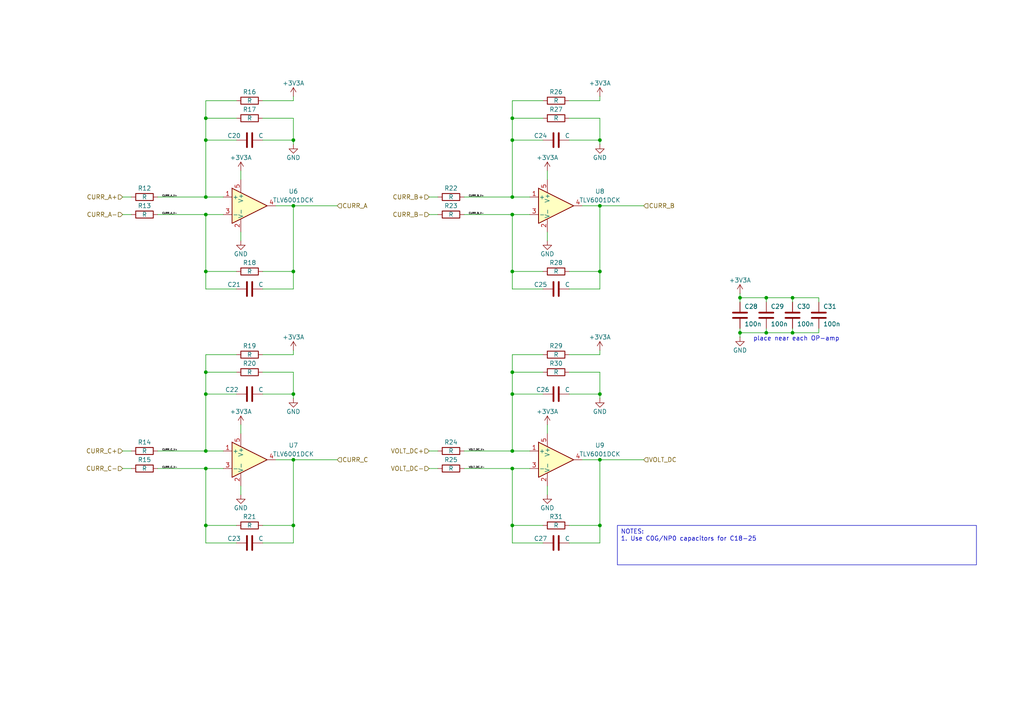
<source format=kicad_sch>
(kicad_sch (version 20250114) (generator "eeschema") (generator_version "9.0")
  (paper "A4")
  (lib_symbols
    (symbol "Amplifier_Operational:TLV6001DCK" (pin_names (offset 0.127))
      (property "Reference" "U" (at 7.62 2.54 0))
      (property "Value" "TLV6001DCK" (at 11.43 -2.54 0))
      (symbol "TLV6001DCK_0_1"
        (polyline (pts (xy -2.54 5.08) (xy -2.54 -5.08) (xy 7.62 0) (xy -2.54 5.08)) (stroke (width 0.254)) (fill (type background)))
      )
      (symbol "TLV6001DCK_1_1"
        (pin input line (at -5.08 2.54 0) (length 2.54) (name "+") (number "1"))
        (pin input line (at -5.08 -2.54 0) (length 2.54) (name "-") (number "3"))
        (pin power_in line (at 0 7.62 270) (length 3.81) (name "V+") (number "5"))
        (pin power_in line (at 0 -7.62 90) (length 3.81) (name "V-") (number "2"))
        (pin output line (at 10.16 0 180) (length 2.54) (name "~") (number "4"))
      )
    )
    (symbol "Device:C" (pin_numbers (hide yes)) (pin_names (offset 0.254))
      (property "Reference" "C" (at 0.635 2.54 0))
      (property "Value" "C" (at 0.635 -2.54 0))
      (symbol "C_0_1"
        (polyline (pts (xy -2.032 0.762) (xy 2.032 0.762)) (stroke (width 0.508)))
        (polyline (pts (xy -2.032 -0.762) (xy 2.032 -0.762)) (stroke (width 0.508)))
      )
      (symbol "C_1_1"
        (pin passive line (at 0 3.81 270) (length 2.794) (name "~") (number "1"))
        (pin passive line (at 0 -3.81 90) (length 2.794) (name "~") (number "2"))
      )
    )
    (symbol "Device:R" (pin_numbers (hide yes)) (pin_names (offset 0))
      (property "Reference" "R" (at 2.032 0 90))
      (property "Value" "R" (at 0 0 90))
      (symbol "R_0_1"
        (rectangle (start -1.016 -2.54) (end 1.016 2.54) (stroke (width 0.254)))
      )
      (symbol "R_1_1"
        (pin passive line (at 0 3.81 270) (length 1.27) (name "~") (number "1"))
        (pin passive line (at 0 -3.81 90) (length 1.27) (name "~") (number "2"))
      )
    )
    (symbol "power:+3.3VA" (power) (pin_numbers (hide yes)) (pin_names (offset 0) (hide yes))
      (property "Value" "+3.3VA" (at 0 3.556 0))
      (symbol "+3.3VA_0_1"
        (polyline (pts (xy -0.762 1.27) (xy 0 2.54)))
        (polyline (pts (xy 0 2.54) (xy 0.762 1.27)))
        (polyline (pts (xy 0 0) (xy 0 2.54)))
      )
      (symbol "+3.3VA_1_1"
        (pin power_in line (at 0 0 90) (length 0) (name "~") (number "1"))
      )
    )
    (symbol "power:GND" (power) (pin_numbers (hide yes)) (pin_names (offset 0) (hide yes))
      (property "Value" "GND" (at 0 -3.81 0))
      (symbol "GND_0_1"
        (polyline (pts (xy 0 0) (xy 0 -1.27) (xy 1.27 -1.27) (xy 0 -2.54) (xy -1.27 -1.27) (xy 0 -1.27)))
      )
      (symbol "GND_1_1"
        (pin power_in line (at 0 0 270) (length 0) (name "~") (number "1"))
      )
    )
  )
  (text "place near each OP-amp" (at 218.44 99.06 0) (effects (font (size 1.27 1.27)) (justify left bottom)))
  (text_box "NOTES:\n1. Use C0G/NP0 capacitors for C18-25" (at 179.07 152.4 0) (size 104.14 11.43) (margins 0.9525 0.9525 0.9525 0.9525) (effects (font (size 1.27 1.27)) (justify left top)))
  (junction (at 148.59 135.89))
  (junction (at 173.99 133.35))
  (junction (at 85.09 114.3))
  (junction (at 148.59 57.15))
  (junction (at 173.99 152.4))
  (junction (at 229.87 86.36))
  (junction (at 59.69 135.89))
  (junction (at 173.99 59.69))
  (junction (at 85.09 40.64))
  (junction (at 59.69 57.15))
  (junction (at 59.69 152.4))
  (junction (at 222.25 96.52))
  (junction (at 59.69 78.74))
  (junction (at 59.69 107.95))
  (junction (at 148.59 78.74))
  (junction (at 148.59 152.4))
  (junction (at 59.69 114.3))
  (junction (at 148.59 40.64))
  (junction (at 148.59 114.3))
  (junction (at 214.63 96.52))
  (junction (at 173.99 78.74))
  (junction (at 173.99 40.64))
  (junction (at 214.63 86.36))
  (junction (at 59.69 130.81))
  (junction (at 148.59 107.95))
  (junction (at 85.09 152.4))
  (junction (at 148.59 62.23))
  (junction (at 229.87 96.52))
  (junction (at 85.09 133.35))
  (junction (at 85.09 78.74))
  (junction (at 59.69 62.23))
  (junction (at 85.09 59.69))
  (junction (at 173.99 114.3))
  (junction (at 59.69 40.64))
  (junction (at 148.59 130.81))
  (junction (at 148.59 34.29))
  (junction (at 59.69 34.29))
  (junction (at 222.25 86.36))
  (wire (pts (xy 173.99 114.3) (xy 173.99 115.57)))
  (wire (pts (xy 148.59 152.4) (xy 148.59 157.48)))
  (wire (pts (xy 85.09 107.95) (xy 85.09 114.3)))
  (wire (pts (xy 214.63 86.36) (xy 214.63 87.63)))
  (wire (pts (xy 165.1 114.3) (xy 173.99 114.3)))
  (wire (pts (xy 134.62 130.81) (xy 148.59 130.81)))
  (wire (pts (xy 76.2 152.4) (xy 85.09 152.4)))
  (wire (pts (xy 157.48 34.29) (xy 148.59 34.29)))
  (wire (pts (xy 59.69 107.95) (xy 59.69 114.3)))
  (wire (pts (xy 38.1 57.15) (xy 35.56 57.15)))
  (wire (pts (xy 127 57.15) (xy 124.46 57.15)))
  (wire (pts (xy 222.25 96.52) (xy 229.87 96.52)))
  (wire (pts (xy 59.69 135.89) (xy 59.69 152.4)))
  (wire (pts (xy 148.59 135.89) (xy 148.59 152.4)))
  (wire (pts (xy 127 130.81) (xy 124.46 130.81)))
  (wire (pts (xy 59.69 34.29) (xy 59.69 40.64)))
  (wire (pts (xy 148.59 29.21) (xy 148.59 34.29)))
  (wire (pts (xy 45.72 57.15) (xy 59.69 57.15)))
  (wire (pts (xy 85.09 34.29) (xy 76.2 34.29)))
  (wire (pts (xy 69.85 123.19) (xy 69.85 125.73)))
  (wire (pts (xy 76.2 78.74) (xy 85.09 78.74)))
  (wire (pts (xy 134.62 135.89) (xy 148.59 135.89)))
  (wire (pts (xy 222.25 95.25) (xy 222.25 96.52)))
  (wire (pts (xy 229.87 86.36) (xy 237.49 86.36)))
  (wire (pts (xy 59.69 130.81) (xy 64.77 130.81)))
  (wire (pts (xy 158.75 49.53) (xy 158.75 52.07)))
  (wire (pts (xy 59.69 152.4) (xy 68.58 152.4)))
  (wire (pts (xy 148.59 130.81) (xy 153.67 130.81)))
  (wire (pts (xy 173.99 34.29) (xy 173.99 40.64)))
  (wire (pts (xy 173.99 29.21) (xy 165.1 29.21)))
  (wire (pts (xy 85.09 78.74) (xy 85.09 83.82)))
  (wire (pts (xy 165.1 152.4) (xy 173.99 152.4)))
  (wire (pts (xy 237.49 87.63) (xy 237.49 86.36)))
  (wire (pts (xy 85.09 41.91) (xy 85.09 40.64)))
  (wire (pts (xy 80.01 133.35) (xy 85.09 133.35)))
  (wire (pts (xy 68.58 102.87) (xy 59.69 102.87)))
  (wire (pts (xy 85.09 102.87) (xy 76.2 102.87)))
  (wire (pts (xy 148.59 34.29) (xy 148.59 40.64)))
  (wire (pts (xy 59.69 114.3) (xy 68.58 114.3)))
  (wire (pts (xy 148.59 114.3) (xy 148.59 130.81)))
  (wire (pts (xy 173.99 27.94) (xy 173.99 29.21)))
  (wire (pts (xy 59.69 62.23) (xy 64.77 62.23)))
  (wire (pts (xy 85.09 59.69) (xy 97.79 59.69)))
  (wire (pts (xy 76.2 114.3) (xy 85.09 114.3)))
  (wire (pts (xy 229.87 95.25) (xy 229.87 96.52)))
  (wire (pts (xy 69.85 143.51) (xy 69.85 140.97)))
  (wire (pts (xy 68.58 157.48) (xy 59.69 157.48)))
  (wire (pts (xy 85.09 29.21) (xy 76.2 29.21)))
  (wire (pts (xy 80.01 59.69) (xy 85.09 59.69)))
  (wire (pts (xy 173.99 133.35) (xy 186.69 133.35)))
  (wire (pts (xy 38.1 130.81) (xy 35.56 130.81)))
  (wire (pts (xy 35.56 62.23) (xy 38.1 62.23)))
  (wire (pts (xy 85.09 34.29) (xy 85.09 40.64)))
  (wire (pts (xy 124.46 62.23) (xy 127 62.23)))
  (wire (pts (xy 148.59 114.3) (xy 157.48 114.3)))
  (wire (pts (xy 85.09 59.69) (xy 85.09 78.74)))
  (wire (pts (xy 85.09 101.6) (xy 85.09 102.87)))
  (wire (pts (xy 173.99 34.29) (xy 165.1 34.29)))
  (wire (pts (xy 237.49 95.25) (xy 237.49 96.52)))
  (wire (pts (xy 69.85 69.85) (xy 69.85 67.31)))
  (wire (pts (xy 165.1 40.64) (xy 173.99 40.64)))
  (wire (pts (xy 168.91 133.35) (xy 173.99 133.35)))
  (wire (pts (xy 165.1 83.82) (xy 173.99 83.82)))
  (wire (pts (xy 59.69 78.74) (xy 68.58 78.74)))
  (wire (pts (xy 157.48 107.95) (xy 148.59 107.95)))
  (wire (pts (xy 165.1 78.74) (xy 173.99 78.74)))
  (wire (pts (xy 148.59 78.74) (xy 148.59 83.82)))
  (wire (pts (xy 148.59 102.87) (xy 148.59 107.95)))
  (wire (pts (xy 165.1 157.48) (xy 173.99 157.48)))
  (wire (pts (xy 158.75 123.19) (xy 158.75 125.73)))
  (wire (pts (xy 173.99 78.74) (xy 173.99 83.82)))
  (wire (pts (xy 173.99 59.69) (xy 186.69 59.69)))
  (wire (pts (xy 68.58 29.21) (xy 59.69 29.21)))
  (wire (pts (xy 148.59 57.15) (xy 153.67 57.15)))
  (wire (pts (xy 68.58 34.29) (xy 59.69 34.29)))
  (wire (pts (xy 59.69 135.89) (xy 64.77 135.89)))
  (wire (pts (xy 69.85 49.53) (xy 69.85 52.07)))
  (wire (pts (xy 134.62 57.15) (xy 148.59 57.15)))
  (wire (pts (xy 68.58 83.82) (xy 59.69 83.82)))
  (wire (pts (xy 148.59 135.89) (xy 153.67 135.89)))
  (wire (pts (xy 157.48 157.48) (xy 148.59 157.48)))
  (wire (pts (xy 85.09 152.4) (xy 85.09 157.48)))
  (wire (pts (xy 45.72 135.89) (xy 59.69 135.89)))
  (wire (pts (xy 214.63 86.36) (xy 222.25 86.36)))
  (wire (pts (xy 76.2 157.48) (xy 85.09 157.48)))
  (wire (pts (xy 148.59 62.23) (xy 148.59 78.74)))
  (wire (pts (xy 168.91 59.69) (xy 173.99 59.69)))
  (wire (pts (xy 148.59 107.95) (xy 148.59 114.3)))
  (wire (pts (xy 148.59 62.23) (xy 153.67 62.23)))
  (wire (pts (xy 85.09 107.95) (xy 76.2 107.95)))
  (wire (pts (xy 45.72 62.23) (xy 59.69 62.23)))
  (wire (pts (xy 59.69 78.74) (xy 59.69 83.82)))
  (wire (pts (xy 35.56 135.89) (xy 38.1 135.89)))
  (wire (pts (xy 173.99 107.95) (xy 173.99 114.3)))
  (wire (pts (xy 173.99 107.95) (xy 165.1 107.95)))
  (wire (pts (xy 173.99 101.6) (xy 173.99 102.87)))
  (wire (pts (xy 173.99 102.87) (xy 165.1 102.87)))
  (wire (pts (xy 85.09 27.94) (xy 85.09 29.21)))
  (wire (pts (xy 59.69 152.4) (xy 59.69 157.48)))
  (wire (pts (xy 59.69 114.3) (xy 59.69 130.81)))
  (wire (pts (xy 68.58 107.95) (xy 59.69 107.95)))
  (wire (pts (xy 59.69 29.21) (xy 59.69 34.29)))
  (wire (pts (xy 59.69 62.23) (xy 59.69 78.74)))
  (wire (pts (xy 222.25 86.36) (xy 222.25 87.63)))
  (wire (pts (xy 124.46 135.89) (xy 127 135.89)))
  (wire (pts (xy 158.75 69.85) (xy 158.75 67.31)))
  (wire (pts (xy 173.99 133.35) (xy 173.99 152.4)))
  (wire (pts (xy 173.99 152.4) (xy 173.99 157.48)))
  (wire (pts (xy 229.87 96.52) (xy 237.49 96.52)))
  (wire (pts (xy 158.75 143.51) (xy 158.75 140.97)))
  (wire (pts (xy 173.99 41.91) (xy 173.99 40.64)))
  (wire (pts (xy 45.72 130.81) (xy 59.69 130.81)))
  (wire (pts (xy 59.69 40.64) (xy 59.69 57.15)))
  (wire (pts (xy 59.69 40.64) (xy 68.58 40.64)))
  (wire (pts (xy 85.09 114.3) (xy 85.09 115.57)))
  (wire (pts (xy 134.62 62.23) (xy 148.59 62.23)))
  (wire (pts (xy 148.59 78.74) (xy 157.48 78.74)))
  (wire (pts (xy 76.2 40.64) (xy 85.09 40.64)))
  (wire (pts (xy 148.59 152.4) (xy 157.48 152.4)))
  (wire (pts (xy 85.09 133.35) (xy 97.79 133.35)))
  (wire (pts (xy 214.63 95.25) (xy 214.63 96.52)))
  (wire (pts (xy 214.63 96.52) (xy 214.63 97.79)))
  (wire (pts (xy 59.69 57.15) (xy 64.77 57.15)))
  (wire (pts (xy 229.87 86.36) (xy 229.87 87.63)))
  (wire (pts (xy 214.63 96.52) (xy 222.25 96.52)))
  (wire (pts (xy 85.09 133.35) (xy 85.09 152.4)))
  (wire (pts (xy 222.25 86.36) (xy 229.87 86.36)))
  (wire (pts (xy 157.48 102.87) (xy 148.59 102.87)))
  (wire (pts (xy 173.99 59.69) (xy 173.99 78.74)))
  (wire (pts (xy 148.59 40.64) (xy 157.48 40.64)))
  (wire (pts (xy 76.2 83.82) (xy 85.09 83.82)))
  (wire (pts (xy 148.59 40.64) (xy 148.59 57.15)))
  (wire (pts (xy 59.69 102.87) (xy 59.69 107.95)))
  (wire (pts (xy 157.48 83.82) (xy 148.59 83.82)))
  (wire (pts (xy 214.63 85.09) (xy 214.63 86.36)))
  (wire (pts (xy 157.48 29.21) (xy 148.59 29.21)))
  (label "CURR_A_V-" (at 46.99 62.23 0) (effects (font (size 0.5 0.5))))
  (label "CURR_B_V-" (at 135.89 62.23 0) (effects (font (size 0.5 0.5))))
  (label "VOLT_DC_V+" (at 135.89 130.81 0) (effects (font (size 0.5 0.5))))
  (label "VOLT_DC_V-" (at 135.89 135.89 0) (effects (font (size 0.5 0.5))))
  (label "CURR_C_V+" (at 46.99 130.81 0) (effects (font (size 0.5 0.5))))
  (label "CURR_B_V+" (at 135.89 57.15 0) (effects (font (size 0.5 0.5))))
  (label "CURR_A_V+" (at 46.99 57.15 0) (effects (font (size 0.5 0.5))))
  (label "CURR_C_V-" (at 46.99 135.89 0) (effects (font (size 0.5 0.5))))
  (hierarchical_label "VOLT_DC-" (shape input) (at 124.46 135.89 180))
  (hierarchical_label "CURR_C" (shape input) (at 97.79 133.35 0))
  (hierarchical_label "CURR_A+" (shape input) (at 35.56 57.15 180))
  (hierarchical_label "CURR_B-" (shape input) (at 124.46 62.23 180))
  (hierarchical_label "CURR_C-" (shape input) (at 35.56 135.89 180))
  (hierarchical_label "CURR_A" (shape input) (at 97.79 59.69 0))
  (hierarchical_label "VOLT_DC" (shape input) (at 186.69 133.35 0))
  (hierarchical_label "CURR_C+" (shape input) (at 35.56 130.81 180))
  (hierarchical_label "CURR_A-" (shape input) (at 35.56 62.23 180))
  (hierarchical_label "VOLT_DC+" (shape input) (at 124.46 130.81 180))
  (hierarchical_label "CURR_B+" (shape input) (at 124.46 57.15 180))
  (hierarchical_label "CURR_B" (shape input) (at 186.69 59.69 0))
  (symbol (lib_id "Amplifier_Operational:TLV6001DCK") (at 158.75 59.69 0) (unit 1)
    (property "Reference" "U8" (at 173.99 55.4991 0))
    (property "Value" "TLV6001DCK" (at 173.99 58.0391 0))
    (property "Footprint" "Package_TO_SOT_SMD:SOT-353_SC-70-5" (effects (hide yes)))
    (property "Datasheet" "http://www.ti.com/lit/ds/symlink/tlv6001.pdf" (effects (hide yes)))
    (property "Description" "Low-power, Rail-to-rail, 1MHz Operational Amplifier, SOT-353" (effects (hide yes)))
  )
  (symbol (lib_id "Device:C") (at 72.39 83.82 90) (unit 1)
    (property "Reference" "C21" (at 69.85 82.55 90) (effects (justify left)))
    (property "Value" "C" (at 74.93 82.55 90) (effects (justify right)))
    (property "Footprint" "Capacitor_SMD:C_0402_1005Metric_Pad0.74x0.62mm_HandSolder" (effects (hide yes)))
    (property "Description" "Unpolarized capacitor" (effects (hide yes)))
  )
  (symbol (lib_id "power:GND") (at 85.09 115.57 0) (unit 1)
    (property "Reference" "#PWR075" (effects (hide yes)))
    (property "Value" "GND" (at 85.09 119.38 0))
    (property "Description" "Power symbol creates a global label with name \"GND\" , ground" (effects (hide yes)))
  )
  (symbol (lib_id "Device:C") (at 161.29 157.48 90) (unit 1)
    (property "Reference" "C27" (at 158.75 156.21 90) (effects (justify left)))
    (property "Value" "C" (at 163.83 156.21 90) (effects (justify right)))
    (property "Footprint" "Capacitor_SMD:C_0402_1005Metric_Pad0.74x0.62mm_HandSolder" (effects (hide yes)))
    (property "Description" "Unpolarized capacitor" (effects (hide yes)))
  )
  (symbol (lib_id "Amplifier_Operational:TLV6001DCK") (at 69.85 59.69 0) (unit 1)
    (property "Reference" "U6" (at 85.09 55.4991 0))
    (property "Value" "TLV6001DCK" (at 85.09 58.0391 0))
    (property "Footprint" "Package_TO_SOT_SMD:SOT-353_SC-70-5" (effects (hide yes)))
    (property "Datasheet" "http://www.ti.com/lit/ds/symlink/tlv6001.pdf" (effects (hide yes)))
    (property "Description" "Low-power, Rail-to-rail, 1MHz Operational Amplifier, SOT-353" (effects (hide yes)))
  )
  (symbol (lib_id "Device:C") (at 72.39 114.3 90) (unit 1)
    (property "Reference" "C22" (at 69.215 113.03 90) (effects (justify left)))
    (property "Value" "C" (at 74.93 113.03 90) (effects (justify right)))
    (property "Footprint" "Capacitor_SMD:C_0402_1005Metric_Pad0.74x0.62mm_HandSolder" (effects (hide yes)))
    (property "Description" "Unpolarized capacitor" (effects (hide yes)))
  )
  (symbol (lib_id "Device:R") (at 72.39 102.87 90) (unit 1)
    (property "Reference" "R19" (at 72.39 100.33 90))
    (property "Value" "R" (at 72.39 102.87 90))
    (property "Footprint" "Resistor_SMD:R_0402_1005Metric_Pad0.72x0.64mm_HandSolder" (effects (hide yes)))
    (property "Description" "Resistor" (effects (hide yes)))
  )
  (symbol (lib_id "Device:R") (at 72.39 152.4 90) (unit 1)
    (property "Reference" "R21" (at 72.39 149.86 90))
    (property "Value" "R" (at 72.39 152.4 90))
    (property "Footprint" "Resistor_SMD:R_0402_1005Metric_Pad0.72x0.64mm_HandSolder" (effects (hide yes)))
    (property "Description" "Resistor" (effects (hide yes)))
  )
  (symbol (lib_id "Device:C") (at 161.29 114.3 90) (unit 1)
    (property "Reference" "C26" (at 159.385 113.03 90) (effects (justify left)))
    (property "Value" "C" (at 163.83 113.03 90) (effects (justify right)))
    (property "Footprint" "Capacitor_SMD:C_0402_1005Metric_Pad0.74x0.62mm_HandSolder" (effects (hide yes)))
    (property "Description" "Unpolarized capacitor" (effects (hide yes)))
  )
  (symbol (lib_id "power:GND") (at 158.75 69.85 0) (unit 1)
    (property "Reference" "#PWR077" (effects (hide yes)))
    (property "Value" "GND" (at 158.75 73.66 0))
    (property "Description" "Power symbol creates a global label with name \"GND\" , ground" (effects (hide yes)))
  )
  (symbol (lib_id "Device:R") (at 130.81 57.15 90) (unit 1)
    (property "Reference" "R22" (at 130.81 54.61 90))
    (property "Value" "R" (at 130.81 57.15 90))
    (property "Footprint" "Resistor_SMD:R_0402_1005Metric_Pad0.72x0.64mm_HandSolder" (effects (hide yes)))
    (property "Description" "Resistor" (effects (hide yes)))
  )
  (symbol (lib_id "Device:R") (at 72.39 29.21 90) (unit 1)
    (property "Reference" "R16" (at 72.39 26.67 90))
    (property "Value" "R" (at 72.39 29.21 90))
    (property "Footprint" "Resistor_SMD:R_0402_1005Metric_Pad0.72x0.64mm_HandSolder" (effects (hide yes)))
    (property "Description" "Resistor" (effects (hide yes)))
  )
  (symbol (lib_id "Device:R") (at 72.39 107.95 90) (unit 1)
    (property "Reference" "R20" (at 72.39 105.41 90))
    (property "Value" "R" (at 72.39 107.95 90))
    (property "Footprint" "Resistor_SMD:R_0402_1005Metric_Pad0.72x0.64mm_HandSolder" (effects (hide yes)))
    (property "Description" "Resistor" (effects (hide yes)))
  )
  (symbol (lib_id "Device:C") (at 237.49 91.44 0) (unit 1)
    (property "Reference" "C31" (at 238.76 88.9 0) (effects (justify left)))
    (property "Value" "100n" (at 238.76 93.98 0) (effects (justify left)))
    (property "Footprint" "Capacitor_SMD:C_0402_1005Metric" (effects (hide yes)))
    (property "Description" "Unpolarized capacitor" (effects (hide yes)))
  )
  (symbol (lib_id "power:GND") (at 158.75 143.51 0) (unit 1)
    (property "Reference" "#PWR079" (effects (hide yes)))
    (property "Value" "GND" (at 158.75 147.32 0))
    (property "Description" "Power symbol creates a global label with name \"GND\" , ground" (effects (hide yes)))
  )
  (symbol (lib_id "power:+3.3VA") (at 214.63 85.09 0) (unit 1)
    (property "Reference" "#PWR084" (effects (hide yes)))
    (property "Value" "+3V3A" (at 214.63 81.28 0))
    (property "Description" "Power symbol creates a global label with name \"+3.3VA\"" (effects (hide yes)))
  )
  (symbol (lib_id "power:GND") (at 173.99 41.91 0) (unit 1)
    (property "Reference" "#PWR081" (effects (hide yes)))
    (property "Value" "GND" (at 173.99 45.72 0))
    (property "Description" "Power symbol creates a global label with name \"GND\" , ground" (effects (hide yes)))
  )
  (symbol (lib_id "Device:R") (at 41.91 62.23 90) (unit 1)
    (property "Reference" "R13" (at 41.91 59.69 90))
    (property "Value" "R" (at 41.91 62.23 90))
    (property "Footprint" "Resistor_SMD:R_0402_1005Metric_Pad0.72x0.64mm_HandSolder" (effects (hide yes)))
    (property "Description" "Resistor" (effects (hide yes)))
  )
  (symbol (lib_id "power:GND") (at 214.63 97.79 0) (unit 1)
    (property "Reference" "#PWR085" (effects (hide yes)))
    (property "Value" "GND" (at 214.63 101.6 0))
    (property "Description" "Power symbol creates a global label with name \"GND\" , ground" (effects (hide yes)))
  )
  (symbol (lib_id "Device:R") (at 72.39 34.29 90) (unit 1)
    (property "Reference" "R17" (at 72.39 31.75 90))
    (property "Value" "R" (at 72.39 34.29 90))
    (property "Footprint" "Resistor_SMD:R_0402_1005Metric_Pad0.72x0.64mm_HandSolder" (effects (hide yes)))
    (property "Description" "Resistor" (effects (hide yes)))
  )
  (symbol (lib_id "power:GND") (at 69.85 143.51 0) (unit 1)
    (property "Reference" "#PWR071" (effects (hide yes)))
    (property "Value" "GND" (at 69.85 147.32 0))
    (property "Description" "Power symbol creates a global label with name \"GND\" , ground" (effects (hide yes)))
  )
  (symbol (lib_id "Device:R") (at 41.91 135.89 90) (unit 1)
    (property "Reference" "R15" (at 41.91 133.35 90))
    (property "Value" "R" (at 41.91 135.89 90))
    (property "Footprint" "Resistor_SMD:R_0402_1005Metric_Pad0.72x0.64mm_HandSolder" (effects (hide yes)))
    (property "Description" "Resistor" (effects (hide yes)))
  )
  (symbol (lib_id "Device:C") (at 161.29 83.82 90) (unit 1)
    (property "Reference" "C25" (at 158.75 82.55 90) (effects (justify left)))
    (property "Value" "C" (at 163.83 82.55 90) (effects (justify right)))
    (property "Footprint" "Capacitor_SMD:C_0402_1005Metric_Pad0.74x0.62mm_HandSolder" (effects (hide yes)))
    (property "Description" "Unpolarized capacitor" (effects (hide yes)))
  )
  (symbol (lib_id "Device:R") (at 41.91 130.81 90) (unit 1)
    (property "Reference" "R14" (at 41.91 128.27 90))
    (property "Value" "R" (at 41.91 130.81 90))
    (property "Footprint" "Resistor_SMD:R_0402_1005Metric_Pad0.72x0.64mm_HandSolder" (effects (hide yes)))
    (property "Description" "Resistor" (effects (hide yes)))
  )
  (symbol (lib_id "power:+3.3VA") (at 85.09 101.6 0) (unit 1)
    (property "Reference" "#PWR074" (effects (hide yes)))
    (property "Value" "+3V3A" (at 85.09 97.79 0))
    (property "Description" "Power symbol creates a global label with name \"+3.3VA\"" (effects (hide yes)))
  )
  (symbol (lib_id "power:+3.3VA") (at 173.99 27.94 0) (unit 1)
    (property "Reference" "#PWR080" (effects (hide yes)))
    (property "Value" "+3V3A" (at 173.99 24.13 0))
    (property "Description" "Power symbol creates a global label with name \"+3.3VA\"" (effects (hide yes)))
  )
  (symbol (lib_id "Amplifier_Operational:TLV6001DCK") (at 158.75 133.35 0) (unit 1)
    (property "Reference" "U9" (at 173.99 129.1591 0))
    (property "Value" "TLV6001DCK" (at 173.99 131.6991 0))
    (property "Footprint" "Package_TO_SOT_SMD:SOT-353_SC-70-5" (effects (hide yes)))
    (property "Datasheet" "http://www.ti.com/lit/ds/symlink/tlv6001.pdf" (effects (hide yes)))
    (property "Description" "Low-power, Rail-to-rail, 1MHz Operational Amplifier, SOT-353" (effects (hide yes)))
  )
  (symbol (lib_id "Device:R") (at 161.29 107.95 90) (unit 1)
    (property "Reference" "R30" (at 161.29 105.41 90))
    (property "Value" "R" (at 161.29 107.95 90))
    (property "Footprint" "Resistor_SMD:R_0402_1005Metric_Pad0.72x0.64mm_HandSolder" (effects (hide yes)))
    (property "Description" "Resistor" (effects (hide yes)))
  )
  (symbol (lib_id "power:+3.3VA") (at 69.85 123.19 0) (unit 1)
    (property "Reference" "#PWR070" (effects (hide yes)))
    (property "Value" "+3V3A" (at 69.85 119.38 0))
    (property "Description" "Power symbol creates a global label with name \"+3.3VA\"" (effects (hide yes)))
  )
  (symbol (lib_id "Device:R") (at 130.81 135.89 90) (unit 1)
    (property "Reference" "R25" (at 130.81 133.35 90))
    (property "Value" "R" (at 130.81 135.89 90))
    (property "Footprint" "Resistor_SMD:R_0402_1005Metric_Pad0.72x0.64mm_HandSolder" (effects (hide yes)))
    (property "Description" "Resistor" (effects (hide yes)))
  )
  (symbol (lib_id "Device:C") (at 72.39 40.64 90) (unit 1)
    (property "Reference" "C20" (at 69.85 39.37 90) (effects (justify left)))
    (property "Value" "C" (at 74.93 39.37 90) (effects (justify right)))
    (property "Footprint" "Capacitor_SMD:C_0402_1005Metric_Pad0.74x0.62mm_HandSolder" (effects (hide yes)))
    (property "Description" "Unpolarized capacitor" (effects (hide yes)))
  )
  (symbol (lib_id "Device:R") (at 161.29 152.4 90) (unit 1)
    (property "Reference" "R31" (at 161.29 149.86 90))
    (property "Value" "R" (at 161.29 152.4 90))
    (property "Footprint" "Resistor_SMD:R_0402_1005Metric_Pad0.72x0.64mm_HandSolder" (effects (hide yes)))
    (property "Description" "Resistor" (effects (hide yes)))
  )
  (symbol (lib_id "Device:R") (at 161.29 78.74 90) (unit 1)
    (property "Reference" "R28" (at 161.29 76.2 90))
    (property "Value" "R" (at 161.29 78.74 90))
    (property "Footprint" "Resistor_SMD:R_0402_1005Metric_Pad0.72x0.64mm_HandSolder" (effects (hide yes)))
    (property "Description" "Resistor" (effects (hide yes)))
  )
  (symbol (lib_id "power:GND") (at 69.85 69.85 0) (unit 1)
    (property "Reference" "#PWR069" (effects (hide yes)))
    (property "Value" "GND" (at 69.85 73.66 0))
    (property "Description" "Power symbol creates a global label with name \"GND\" , ground" (effects (hide yes)))
  )
  (symbol (lib_id "Device:C") (at 222.25 91.44 0) (unit 1)
    (property "Reference" "C29" (at 223.52 88.9 0) (effects (justify left)))
    (property "Value" "100n" (at 223.52 93.98 0) (effects (justify left)))
    (property "Footprint" "Capacitor_SMD:C_0402_1005Metric" (effects (hide yes)))
    (property "Description" "Unpolarized capacitor" (effects (hide yes)))
  )
  (symbol (lib_id "Device:R") (at 161.29 29.21 90) (unit 1)
    (property "Reference" "R26" (at 161.29 26.67 90))
    (property "Value" "R" (at 161.29 29.21 90))
    (property "Footprint" "Resistor_SMD:R_0402_1005Metric_Pad0.72x0.64mm_HandSolder" (effects (hide yes)))
    (property "Description" "Resistor" (effects (hide yes)))
  )
  (symbol (lib_id "Device:C") (at 229.87 91.44 0) (unit 1)
    (property "Reference" "C30" (at 231.14 88.9 0) (effects (justify left)))
    (property "Value" "100n" (at 231.14 93.98 0) (effects (justify left)))
    (property "Footprint" "Capacitor_SMD:C_0402_1005Metric" (effects (hide yes)))
    (property "Description" "Unpolarized capacitor" (effects (hide yes)))
  )
  (symbol (lib_id "Amplifier_Operational:TLV6001DCK") (at 69.85 133.35 0) (unit 1)
    (property "Reference" "U7" (at 85.09 129.1591 0))
    (property "Value" "TLV6001DCK" (at 85.09 131.6991 0))
    (property "Footprint" "Package_TO_SOT_SMD:SOT-353_SC-70-5" (effects (hide yes)))
    (property "Datasheet" "http://www.ti.com/lit/ds/symlink/tlv6001.pdf" (effects (hide yes)))
    (property "Description" "Low-power, Rail-to-rail, 1MHz Operational Amplifier, SOT-353" (effects (hide yes)))
  )
  (symbol (lib_id "Device:C") (at 214.63 91.44 0) (unit 1)
    (property "Reference" "C28" (at 215.9 88.9 0) (effects (justify left)))
    (property "Value" "100n" (at 215.9 93.98 0) (effects (justify left)))
    (property "Footprint" "Capacitor_SMD:C_0402_1005Metric" (effects (hide yes)))
    (property "Description" "Unpolarized capacitor" (effects (hide yes)))
  )
  (symbol (lib_id "power:+3.3VA") (at 69.85 49.53 0) (unit 1)
    (property "Reference" "#PWR068" (effects (hide yes)))
    (property "Value" "+3V3A" (at 69.85 45.72 0))
    (property "Description" "Power symbol creates a global label with name \"+3.3VA\"" (effects (hide yes)))
  )
  (symbol (lib_id "Device:R") (at 130.81 130.81 90) (unit 1)
    (property "Reference" "R24" (at 130.81 128.27 90))
    (property "Value" "R" (at 130.81 130.81 90))
    (property "Footprint" "Resistor_SMD:R_0402_1005Metric_Pad0.72x0.64mm_HandSolder" (effects (hide yes)))
    (property "Description" "Resistor" (effects (hide yes)))
  )
  (symbol (lib_id "power:+3.3VA") (at 158.75 49.53 0) (unit 1)
    (property "Reference" "#PWR076" (effects (hide yes)))
    (property "Value" "+3V3A" (at 158.75 45.72 0))
    (property "Description" "Power symbol creates a global label with name \"+3.3VA\"" (effects (hide yes)))
  )
  (symbol (lib_id "power:GND") (at 85.09 41.91 0) (unit 1)
    (property "Reference" "#PWR073" (effects (hide yes)))
    (property "Value" "GND" (at 85.09 45.72 0))
    (property "Description" "Power symbol creates a global label with name \"GND\" , ground" (effects (hide yes)))
  )
  (symbol (lib_id "Device:R") (at 161.29 34.29 90) (unit 1)
    (property "Reference" "R27" (at 161.29 31.75 90))
    (property "Value" "R" (at 161.29 34.29 90))
    (property "Footprint" "Resistor_SMD:R_0402_1005Metric_Pad0.72x0.64mm_HandSolder" (effects (hide yes)))
    (property "Description" "Resistor" (effects (hide yes)))
  )
  (symbol (lib_id "Device:R") (at 130.81 62.23 90) (unit 1)
    (property "Reference" "R23" (at 130.81 59.69 90))
    (property "Value" "R" (at 130.81 62.23 90))
    (property "Footprint" "Resistor_SMD:R_0402_1005Metric_Pad0.72x0.64mm_HandSolder" (effects (hide yes)))
    (property "Description" "Resistor" (effects (hide yes)))
  )
  (symbol (lib_id "Device:R") (at 41.91 57.15 90) (unit 1)
    (property "Reference" "R12" (at 41.91 54.61 90))
    (property "Value" "R" (at 41.91 57.15 90))
    (property "Footprint" "Resistor_SMD:R_0402_1005Metric_Pad0.72x0.64mm_HandSolder" (effects (hide yes)))
    (property "Description" "Resistor" (effects (hide yes)))
  )
  (symbol (lib_id "Device:R") (at 72.39 78.74 90) (unit 1)
    (property "Reference" "R18" (at 72.39 76.2 90))
    (property "Value" "R" (at 72.39 78.74 90))
    (property "Footprint" "Resistor_SMD:R_0402_1005Metric_Pad0.72x0.64mm_HandSolder" (effects (hide yes)))
    (property "Description" "Resistor" (effects (hide yes)))
  )
  (symbol (lib_id "Device:R") (at 161.29 102.87 90) (unit 1)
    (property "Reference" "R29" (at 161.29 100.33 90))
    (property "Value" "R" (at 161.29 102.87 90))
    (property "Footprint" "Resistor_SMD:R_0402_1005Metric_Pad0.72x0.64mm_HandSolder" (effects (hide yes)))
    (property "Description" "Resistor" (effects (hide yes)))
  )
  (symbol (lib_id "power:+3.3VA") (at 85.09 27.94 0) (unit 1)
    (property "Reference" "#PWR072" (effects (hide yes)))
    (property "Value" "+3V3A" (at 85.09 24.13 0))
    (property "Description" "Power symbol creates a global label with name \"+3.3VA\"" (effects (hide yes)))
  )
  (symbol (lib_id "power:+3.3VA") (at 173.99 101.6 0) (unit 1)
    (property "Reference" "#PWR082" (effects (hide yes)))
    (property "Value" "+3V3A" (at 173.99 97.79 0))
    (property "Description" "Power symbol creates a global label with name \"+3.3VA\"" (effects (hide yes)))
  )
  (symbol (lib_id "power:GND") (at 173.99 115.57 0) (unit 1)
    (property "Reference" "#PWR083" (effects (hide yes)))
    (property "Value" "GND" (at 173.99 119.38 0))
    (property "Description" "Power symbol creates a global label with name \"GND\" , ground" (effects (hide yes)))
  )
  (symbol (lib_id "power:+3.3VA") (at 158.75 123.19 0) (unit 1)
    (property "Reference" "#PWR078" (effects (hide yes)))
    (property "Value" "+3V3A" (at 158.75 119.38 0))
    (property "Description" "Power symbol creates a global label with name \"+3.3VA\"" (effects (hide yes)))
  )
  (symbol (lib_id "Device:C") (at 161.29 40.64 90) (unit 1)
    (property "Reference" "C24" (at 158.75 39.37 90) (effects (justify left)))
    (property "Value" "C" (at 163.83 39.37 90) (effects (justify right)))
    (property "Footprint" "Capacitor_SMD:C_0402_1005Metric_Pad0.74x0.62mm_HandSolder" (effects (hide yes)))
    (property "Description" "Unpolarized capacitor" (effects (hide yes)))
  )
  (symbol (lib_id "Device:C") (at 72.39 157.48 90) (unit 1)
    (property "Reference" "C23" (at 69.85 156.21 90) (effects (justify left)))
    (property "Value" "C" (at 74.93 156.21 90) (effects (justify right)))
    (property "Footprint" "Capacitor_SMD:C_0402_1005Metric_Pad0.74x0.62mm_HandSolder" (effects (hide yes)))
    (property "Description" "Unpolarized capacitor" (effects (hide yes)))
  )
)
</source>
